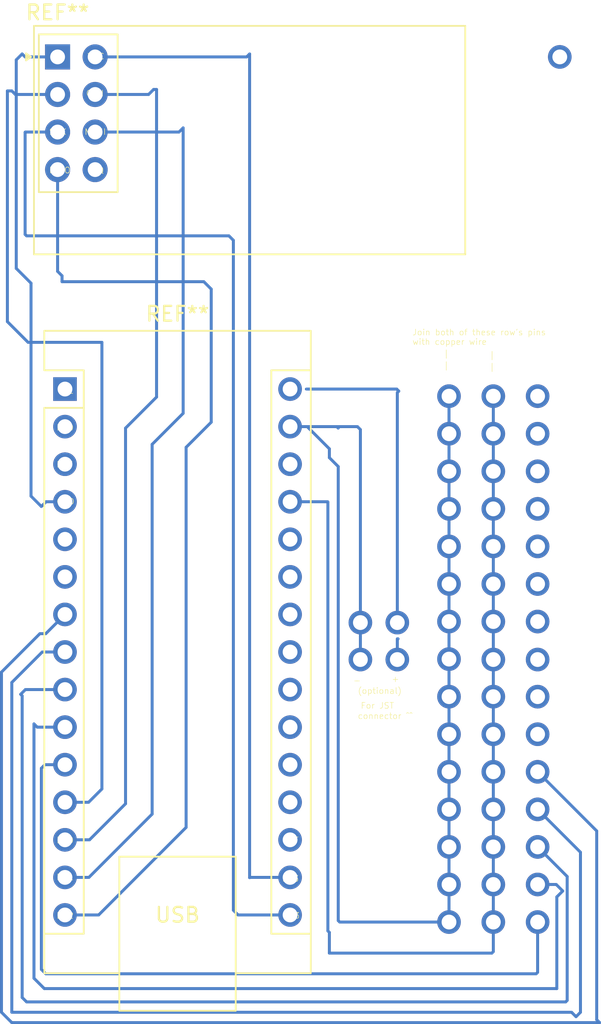
<source format=kicad_pcb>
(kicad_pcb (version 20241229) (generator "pcbnew") (generator_version "9.0")
  (layers (0 "F.Cu" signal) (2 "B.Cu" signal) (13 "F.Paste" user) (15 "B.Paste" user) (5 "F.SilkS" user "F.Silkscreen") (7 "B.SilkS" user "B.Silkscreen") (1 "F.Mask" user) (3 "B.Mask" user) (25 "Edge.Cuts" user))
  (net 0 "")
  (footprint "" (layer "F.Cu") (at 155.9 90.36)
    (property "Reference" "" (at 0 0 0) (layer "F.SilkS") (effects (font (size 1.27 1.27))))
    (property "Value" "")
    (pad "27" thru_hole oval (at 0 0) (size 1.6 1.6) (drill 1) (layers "*.Cu" "*.Mask"))
  )
  (footprint "" (layer "F.Cu") (at 155.9 113.22)
    (property "Reference" "" (at 0 0 0) (layer "F.SilkS") (effects (font (size 1.27 1.27))))
    (property "Value" "")
    (pad "18" thru_hole oval (at 0 0) (size 1.6 1.6) (drill 1) (layers "*.Cu" "*.Mask"))
  )
  (footprint "" (layer "F.Cu") (at 155.9 87.82)
    (property "Reference" "" (at 0 0 0) (layer "F.SilkS") (effects (font (size 1.27 1.27))))
    (property "Value" "")
    (pad "28" thru_hole oval (at 0 0) (size 1.6 1.6) (drill 1) (layers "*.Cu" "*.Mask"))
  )
  (footprint "" (layer "F.Cu") (at 152.9 87.82)
    (property "Reference" "" (at 0 0 0) (layer "F.SilkS") (effects (font (size 1.27 1.27))))
    (property "Value" "")
    (pad "28" thru_hole oval (at 0 0) (size 1.6 1.6) (drill 1) (layers "*.Cu" "*.Mask"))
  )
  (footprint "GND" (layer "F.Cu") (at 155.9 100.55)
    (property "Reference" "" (hide yes))
    (property "Value" "" (hide yes))
    (pad "23" thru_hole oval (at 0 0) (size 1.6 1.6) (drill 1) (layers "*.Cu" "*.Mask"))
  )
  (footprint "" (layer "F.Cu") (at 158.9 105.6)
    (property "Reference" "" (at 0 0 0) (layer "F.SilkS") (effects (font (size 1.27 1.27))))
    (property "Value" "")
    (pad "21" thru_hole oval (at 0 0) (size 1.6 1.6) (drill 1) (layers "*.Cu" "*.Mask"))
  )
  (footprint "" (layer "F.Cu") (at 158.9 92.9)
    (property "Reference" "" (at 0 0 0) (layer "F.SilkS") (effects (font (size 1.27 1.27))))
    (property "Value" "")
    (pad "26" thru_hole oval (at 0 0) (size 1.6 1.6) (drill 1) (layers "*.Cu" "*.Mask"))
  )
  (footprint "" (layer "F.Cu") (at 155.9 108.14)
    (property "Reference" "" (at 0 0 0) (layer "F.SilkS") (effects (font (size 1.27 1.27))))
    (property "Value" "")
    (pad "20" thru_hole oval (at 0 0) (size 1.6 1.6) (drill 1) (layers "*.Cu" "*.Mask"))
  )
  (footprint "" (layer "F.Cu") (at 155.9 97.98)
    (property "Reference" "" (at 0 0 0) (layer "F.SilkS") (effects (font (size 1.27 1.27))))
    (property "Value" "")
    (pad "24" thru_hole oval (at 0 0) (size 1.6 1.6) (drill 1) (layers "*.Cu" "*.Mask"))
  )
  (footprint "" (layer "F.Cu") (at 152.9 82.74)
    (property "Reference" "" (at 0 0 0) (layer "F.SilkS") (effects (font (size 1.27 1.27))))
    (property "Value" "")
    (pad "30" thru_hole oval (at 0 0) (size 1.6 1.6) (drill 1) (layers "*.Cu" "*.Mask"))
  )
  (footprint "GND" (layer "F.Cu") (at 158.9 100.55)
    (property "Reference" "" (hide yes))
    (property "Value" "" (hide yes))
    (pad "23" thru_hole oval (at 0 0) (size 1.6 1.6) (drill 1) (layers "*.Cu" "*.Mask"))
  )
  (footprint "" (layer "F.Cu") (at 152.9 115.76)
    (property "Reference" "" (at 0 0 0) (layer "F.SilkS") (effects (font (size 1.27 1.27))))
    (property "Value" "")
    (pad "17" thru_hole oval (at 0 0) (size 1.6 1.6) (drill 1) (layers "*.Cu" "*.Mask"))
  )
  (footprint "" (layer "F.Cu") (at 152.9 113.22)
    (property "Reference" "" (at 0 0 0) (layer "F.SilkS") (effects (font (size 1.27 1.27))))
    (property "Value" "")
    (pad "18" thru_hole oval (at 0 0) (size 1.6 1.6) (drill 1) (layers "*.Cu" "*.Mask"))
  )
  (footprint "" (layer "F.Cu") (at 152.9 85.28)
    (property "Reference" "" (at 0 0 0) (layer "F.SilkS") (effects (font (size 1.27 1.27))))
    (property "Value" "")
    (pad "29" thru_hole oval (at 0 0) (size 1.6 1.6) (drill 1) (layers "*.Cu" "*.Mask"))
  )
  (footprint "" (layer "F.Cu") (at 155.9 105.6)
    (property "Reference" "" (at 0 0 0) (layer "F.SilkS") (effects (font (size 1.27 1.27))))
    (property "Value" "")
    (pad "21" thru_hole oval (at 0 0) (size 1.6 1.6) (drill 1) (layers "*.Cu" "*.Mask"))
  )
  (footprint "" (layer "F.Cu") (at 155.9 115.76)
    (property "Reference" "" (at 0 0 0) (layer "F.SilkS") (effects (font (size 1.27 1.27))))
    (property "Value" "")
    (pad "17" thru_hole oval (at 0 0) (size 1.6 1.6) (drill 1) (layers "*.Cu" "*.Mask"))
  )
  (footprint "" (layer "F.Cu") (at 152.9 92.9)
    (property "Reference" "" (at 0 0 0) (layer "F.SilkS") (effects (font (size 1.27 1.27))))
    (property "Value" "")
    (pad "26" thru_hole oval (at 0 0) (size 1.6 1.6) (drill 1) (layers "*.Cu" "*.Mask"))
  )
  (footprint "" (layer "F.Cu") (at 158.9 87.82)
    (property "Reference" "" (at 0 0 0) (layer "F.SilkS") (effects (font (size 1.27 1.27))))
    (property "Value" "")
    (pad "28" thru_hole oval (at 0 0) (size 1.6 1.6) (drill 1) (layers "*.Cu" "*.Mask"))
  )
  (footprint "" (layer "F.Cu") (at 149.4 100.55)
    (property "Reference" "" (at 0 -0.25 0) (layer "F.SilkS") (effects (font (size 1.27 1.27))))
    (property "Value" "")
    (pad "30" thru_hole oval (at 0 0) (size 1.6 1.6) (drill 1) (layers "*.Cu" "*.Mask"))
  )
  (footprint "" (layer "F.Cu") (at 158.9 103.06)
    (property "Reference" "" (at 0 0 0) (layer "F.SilkS") (effects (font (size 1.27 1.27))))
    (property "Value" "")
    (pad "22" thru_hole oval (at 0 0) (size 1.6 1.6) (drill 1) (layers "*.Cu" "*.Mask"))
  )
  (footprint "" (layer "F.Cu") (at 152.9 97.98)
    (property "Reference" "" (at 0 0 0) (layer "F.SilkS") (effects (font (size 1.27 1.27))))
    (property "Value" "")
    (pad "24" thru_hole oval (at 0 0) (size 1.6 1.6) (drill 1) (layers "*.Cu" "*.Mask"))
  )
  (footprint "" (layer "F.Cu") (at 158.9 95.44)
    (property "Reference" "" (at 0 0 0) (layer "F.SilkS") (effects (font (size 1.27 1.27))))
    (property "Value" "")
    (pad "25" thru_hole oval (at 0 0) (size 1.6 1.6) (drill 1) (layers "*.Cu" "*.Mask"))
  )
  (footprint "" (layer "F.Cu") (at 158.9 108.14)
    (property "Reference" "" (at 0 0 0) (layer "F.SilkS") (effects (font (size 1.27 1.27))))
    (property "Value" "")
    (pad "20" thru_hole oval (at 0 0) (size 1.6 1.6) (drill 1) (layers "*.Cu" "*.Mask"))
  )
  (footprint "" (layer "F.Cu") (at 155.9 92.9)
    (property "Reference" "" (at 0 0 0) (layer "F.SilkS") (effects (font (size 1.27 1.27))))
    (property "Value" "")
    (pad "26" thru_hole oval (at 0 0) (size 1.6 1.6) (drill 1) (layers "*.Cu" "*.Mask"))
  )
  (footprint "" (layer "F.Cu") (at 152.9 118.3)
    (property "Reference" "" (at 0 0 0) (layer "F.SilkS") (effects (font (size 1.27 1.27))))
    (property "Value" "")
    (pad "16" thru_hole oval (at 0 0) (size 1.6 1.6) (drill 1) (layers "*.Cu" "*.Mask"))
  )
  (footprint "" (layer "F.Cu") (at 158.9 115.76)
    (property "Reference" "" (at 0 0 0) (layer "F.SilkS") (effects (font (size 1.27 1.27))))
    (property "Value" "")
    (pad "17" thru_hole oval (at 0 0) (size 1.6 1.6) (drill 1) (layers "*.Cu" "*.Mask"))
  )
  (footprint "" (layer "F.Cu") (at 155.9 82.74)
    (property "Reference" "" (at 0 0 0) (layer "F.SilkS") (effects (font (size 1.27 1.27))))
    (property "Value" "")
    (pad "30" thru_hole oval (at 0 0) (size 1.6 1.6) (drill 1) (layers "*.Cu" "*.Mask"))
  )
  (footprint "" (layer "F.Cu") (at 152.9 90.36)
    (property "Reference" "" (at 0 0 0) (layer "F.SilkS") (effects (font (size 1.27 1.27))))
    (property "Value" "")
    (pad "27" thru_hole oval (at 0 0) (size 1.6 1.6) (drill 1) (layers "*.Cu" "*.Mask"))
  )
  (footprint "" (layer "F.Cu") (at 158.9 97.98)
    (property "Reference" "" (at 0 0 0) (layer "F.SilkS") (effects (font (size 1.27 1.27))))
    (property "Value" "")
    (pad "24" thru_hole oval (at 0 0) (size 1.6 1.6) (drill 1) (layers "*.Cu" "*.Mask"))
  )
  (footprint "RF_Module:nRF24L01_Breakout" (layer "F.Cu") (at 126.4 59.8)
    (property "Reference" "REF**" (at 0 -3 0) (layer "F.SilkS"))
    (property "Value" "nRF24L01_Breakout")
    (fp_line (start -1.6 -2.1) (end -1.6 -2.1) (stroke (width 0.12)) (layer "F.SilkS"))
    (fp_line (start -1.6 -2.1) (end 27.6 -2.1) (stroke (width 0.12)) (layer "F.SilkS"))
    (fp_line (start -1.6 13.35) (end -1.6 -2.1) (stroke (width 0.12)) (layer "F.SilkS"))
    (fp_line (start -1.27 -1.524) (end -1.27 -1.524) (stroke (width 0.12)) (layer "F.SilkS"))
    (fp_line (start -1.27 -1.524) (end 4.064 -1.524) (stroke (width 0.12)) (layer "F.SilkS"))
    (fp_line (start -1.27 9.144) (end -1.27 -1.524) (stroke (width 0.12)) (layer "F.SilkS"))
    (fp_line (start -1.27 9.144) (end -1.27 9.144) (stroke (width 0.12)) (layer "F.SilkS"))
    (fp_line (start 4.064 -1.524) (end 4.064 9.144) (stroke (width 0.12)) (layer "F.SilkS"))
    (fp_line (start 4.064 9.144) (end -1.27 9.144) (stroke (width 0.12)) (layer "F.SilkS"))
    (fp_line (start 27.6 -2.1) (end 27.6 13.35) (stroke (width 0.12)) (layer "F.SilkS"))
    (fp_line (start 27.6 13.35) (end -1.6 13.35) (stroke (width 0.12)) (layer "F.SilkS"))
    (fp_poly (pts (xy -1.8 0) (xy -2.136 0.24) (xy -2.136 -0.24) (xy -1.8 0)) (stroke (width 0.12)) (fill yes) (layer "F.SilkS"))
    (pad "1" thru_hole rect (at 0 0) (size 1.7 1.7) (drill 1) (layers "*.Cu" "*.Mask"))
    (pad "2" thru_hole circle (at 2.54 0) (size 1.7 1.7) (drill 1) (layers "*.Cu" "*.Mask"))
    (pad "3" thru_hole circle (at 0 2.54) (size 1.7 1.7) (drill 1) (layers "*.Cu" "*.Mask"))
    (pad "4" thru_hole circle (at 2.54 2.54) (size 1.7 1.7) (drill 1) (layers "*.Cu" "*.Mask"))
    (pad "5" thru_hole circle (at 0 5.08) (size 1.7 1.7) (drill 1) (layers "*.Cu" "*.Mask"))
    (pad "6" thru_hole circle (at 2.54 5.08) (size 1.7 1.7) (drill 1) (layers "*.Cu" "*.Mask"))
    (pad "7" thru_hole circle (at 0 7.62) (size 1.7 1.7) (drill 1) (layers "*.Cu" "*.Mask"))
    (pad "8" thru_hole circle (at 2.54 7.62) (size 1.7 1.7) (drill 1) (layers "*.Cu" "*.Mask"))
  )
  (footprint "" (layer "F.Cu") (at 160.4 59.8)
    (property "Reference" "" (at 0 0 0) (layer "F.SilkS") (effects (font (size 1.27 1.27))))
    (property "Value" "")
    (pad "30" thru_hole oval (at 0 0) (size 1.6 1.6) (drill 1) (layers "*.Cu" "*.Mask"))
  )
  (footprint "" (layer "F.Cu") (at 152.9 95.44)
    (property "Reference" "" (at 0 0 0) (layer "F.SilkS") (effects (font (size 1.27 1.27))))
    (property "Value" "")
    (pad "25" thru_hole oval (at 0 0) (size 1.6 1.6) (drill 1) (layers "*.Cu" "*.Mask"))
  )
  (footprint "" (layer "F.Cu") (at 158.9 90.36)
    (property "Reference" "" (at 0 0 0) (layer "F.SilkS") (effects (font (size 1.27 1.27))))
    (property "Value" "")
    (pad "27" thru_hole oval (at 0 0) (size 1.6 1.6) (drill 1) (layers "*.Cu" "*.Mask"))
  )
  (footprint "" (layer "F.Cu") (at 155.9 103.06)
    (property "Reference" "" (at 0 0 0) (layer "F.SilkS") (effects (font (size 1.27 1.27))))
    (property "Value" "")
    (pad "22" thru_hole oval (at 0 0) (size 1.6 1.6) (drill 1) (layers "*.Cu" "*.Mask"))
  )
  (footprint "" (layer "F.Cu") (at 155.9 95.44)
    (property "Reference" "" (at 0 0 0) (layer "F.SilkS") (effects (font (size 1.27 1.27))))
    (property "Value" "")
    (pad "25" thru_hole oval (at 0 0) (size 1.6 1.6) (drill 1) (layers "*.Cu" "*.Mask"))
  )
  (footprint "" (layer "F.Cu") (at 155.9 110.68)
    (property "Reference" "" (at 0 0 0) (layer "F.SilkS") (effects (font (size 1.27 1.27))))
    (property "Value" "")
    (pad "19" thru_hole oval (at 0 0) (size 1.6 1.6) (drill 1) (layers "*.Cu" "*.Mask"))
  )
  (footprint "" (layer "F.Cu") (at 146.9 100.55)
    (property "Reference" "" (at 0 0 0) (layer "F.SilkS") (effects (font (size 1.27 1.27))))
    (property "Value" "")
    (pad "30" thru_hole oval (at 0 0) (size 1.6 1.6) (drill 1) (layers "*.Cu" "*.Mask"))
  )
  (footprint "" (layer "F.Cu") (at 152.9 110.68)
    (property "Reference" "" (at 0 0 0) (layer "F.SilkS") (effects (font (size 1.27 1.27))))
    (property "Value" "")
    (pad "19" thru_hole oval (at 0 0) (size 1.6 1.6) (drill 1) (layers "*.Cu" "*.Mask"))
  )
  (footprint "" (layer "F.Cu") (at 158.9 85.28)
    (property "Reference" "" (at 0 0 0) (layer "F.SilkS") (effects (font (size 1.27 1.27))))
    (property "Value" "")
    (pad "29" thru_hole oval (at 0 0) (size 1.6 1.6) (drill 1) (layers "*.Cu" "*.Mask"))
  )
  (footprint "" (layer "F.Cu") (at 158.9 113.22)
    (property "Reference" "" (at 0 0 0) (layer "F.SilkS") (effects (font (size 1.27 1.27))))
    (property "Value" "")
    (pad "18" thru_hole oval (at 0 0) (size 1.6 1.6) (drill 1) (layers "*.Cu" "*.Mask"))
  )
  (footprint "" (layer "F.Cu") (at 152.9 108.14)
    (property "Reference" "" (at 0 0 0) (layer "F.SilkS") (effects (font (size 1.27 1.27))))
    (property "Value" "")
    (pad "20" thru_hole oval (at 0 0) (size 1.6 1.6) (drill 1) (layers "*.Cu" "*.Mask"))
  )
  (footprint "GND" (layer "F.Cu") (at 152.9 100.52)
    (property "Reference" "" (at 7 -1.22 0) (layer "F.SilkS") (effects (font (size 1.27 1.27))))
    (property "Value" "")
    (pad "23" thru_hole oval (at 0 0) (size 1.6 1.6) (drill 1) (layers "*.Cu" "*.Mask"))
  )
  (footprint "" (layer "F.Cu") (at 146.9 98.05)
    (property "Reference" "" (at 0 0 0) (layer "F.SilkS") (effects (font (size 1.27 1.27))))
    (property "Value" "" (hide yes))
    (pad "30" thru_hole oval (at 0 0) (size 1.6 1.6) (drill 1) (layers "*.Cu" "*.Mask"))
  )
  (footprint "" (layer "F.Cu") (at 158.9 118.3)
    (property "Reference" "" (at 0 0 0) (layer "F.SilkS") (effects (font (size 1.27 1.27))))
    (property "Value" "")
    (pad "16" thru_hole oval (at 0 0) (size 1.6 1.6) (drill 1) (layers "*.Cu" "*.Mask"))
  )
  (footprint "" (layer "F.Cu") (at 155.9 118.3)
    (property "Reference" "" (at 0 0 0) (layer "F.SilkS") (effects (font (size 1.27 1.27))))
    (property "Value" "")
    (pad "16" thru_hole oval (at 0 0) (size 1.6 1.6) (drill 1) (layers "*.Cu" "*.Mask"))
  )
  (footprint "" (layer "F.Cu") (at 158.9 110.68)
    (property "Reference" "" (at 0 0 0) (layer "F.SilkS") (effects (font (size 1.27 1.27))))
    (property "Value" "")
    (pad "19" thru_hole oval (at 0 0) (size 1.6 1.6) (drill 1) (layers "*.Cu" "*.Mask"))
  )
  (footprint "" (layer "F.Cu") (at 149.4 98.05)
    (property "Reference" "" (at 0 0 0) (layer "F.SilkS") (effects (font (size 1.27 1.27))))
    (property "Value" "")
    (pad "30" thru_hole oval (at 0 0) (size 1.6 1.6) (drill 1) (layers "*.Cu" "*.Mask"))
  )
  (footprint "" (layer "F.Cu") (at 152.9 103.06)
    (property "Reference" "" (at 0 0 0) (layer "F.SilkS") (effects (font (size 1.27 1.27))))
    (property "Value" "")
    (pad "22" thru_hole oval (at 0 0) (size 1.6 1.6) (drill 1) (layers "*.Cu" "*.Mask"))
  )
  (footprint "" (layer "F.Cu") (at 152.9 105.6)
    (property "Reference" "" (at 0 0 0) (layer "F.SilkS") (effects (font (size 1.27 1.27))))
    (property "Value" "")
    (pad "21" thru_hole oval (at 0 0) (size 1.6 1.6) (drill 1) (layers "*.Cu" "*.Mask"))
  )
  (footprint "" (layer "F.Cu") (at 155.9 85.28)
    (property "Reference" "" (at 0 0 0) (layer "F.SilkS") (effects (font (size 1.27 1.27))))
    (property "Value" "")
    (pad "29" thru_hole oval (at 0 0) (size 1.6 1.6) (drill 1) (layers "*.Cu" "*.Mask"))
  )
  (footprint "Module:Arduino_Nano" (layer "F.Cu") (at 126.9 82.26)
    (property "Reference" "REF**" (at 7.62 -5.08 0) (layer "F.SilkS"))
    (property "Value" "Arduino_Nano")
    (fp_line (start -1.4 -3.94) (end -1.4 -1.27) (stroke (width 0.12)) (layer "F.SilkS"))
    (fp_line (start -1.4 1.27) (end -1.4 39.5) (stroke (width 0.12)) (layer "F.SilkS"))
    (fp_line (start -1.4 39.5) (end 3.68 39.5) (stroke (width 0.12)) (layer "F.SilkS"))
    (fp_line (start 1.27 -1.27) (end -1.4 -1.27) (stroke (width 0.12)) (layer "F.SilkS"))
    (fp_line (start 1.27 1.27) (end -1.4 1.27) (stroke (width 0.12)) (layer "F.SilkS"))
    (fp_line (start 1.27 1.27) (end 1.27 -1.27) (stroke (width 0.12)) (layer "F.SilkS"))
    (fp_line (start 1.27 1.27) (end 1.27 36.83) (stroke (width 0.12)) (layer "F.SilkS"))
    (fp_line (start 1.27 36.83) (end -1.4 36.83) (stroke (width 0.12)) (layer "F.SilkS"))
    (fp_line (start 3.68 31.62) (end 11.56 31.62) (stroke (width 0.12)) (layer "F.SilkS"))
    (fp_line (start 3.68 42.04) (end 3.68 31.62) (stroke (width 0.12)) (layer "F.SilkS"))
    (fp_line (start 11.56 31.62) (end 11.56 42.04) (stroke (width 0.12)) (layer "F.SilkS"))
    (fp_line (start 11.56 42.04) (end 3.68 42.04) (stroke (width 0.12)) (layer "F.SilkS"))
    (fp_line (start 13.97 -1.27) (end 13.97 36.83) (stroke (width 0.12)) (layer "F.SilkS"))
    (fp_line (start 13.97 -1.27) (end 16.64 -1.27) (stroke (width 0.12)) (layer "F.SilkS"))
    (fp_line (start 13.97 36.83) (end 16.64 36.83) (stroke (width 0.12)) (layer "F.SilkS"))
    (fp_line (start 16.64 -3.94) (end -1.4 -3.94) (stroke (width 0.12)) (layer "F.SilkS"))
    (fp_line (start 16.64 39.5) (end 11.56 39.5) (stroke (width 0.12)) (layer "F.SilkS"))
    (fp_line (start 16.64 39.5) (end 16.64 -3.94) (stroke (width 0.12)) (layer "F.SilkS"))
    (fp_text user "USB" (at 7.62 35.56 0) (layer "F.SilkS"))
    (pad "1" thru_hole rect (at 0 0) (size 1.6 1.6) (drill 1) (layers "*.Cu" "*.Mask"))
    (pad "2" thru_hole oval (at 0 2.54) (size 1.6 1.6) (drill 1) (layers "*.Cu" "*.Mask"))
    (pad "3" thru_hole oval (at 0 5.08) (size 1.6 1.6) (drill 1) (layers "*.Cu" "*.Mask"))
    (pad "4" thru_hole oval (at 0 7.62) (size 1.6 1.6) (drill 1) (layers "*.Cu" "*.Mask"))
    (pad "5" thru_hole oval (at 0 10.16) (size 1.6 1.6) (drill 1) (layers "*.Cu" "*.Mask"))
    (pad "6" thru_hole oval (at 0 12.7) (size 1.6 1.6) (drill 1) (layers "*.Cu" "*.Mask"))
    (pad "7" thru_hole oval (at 0 15.24) (size 1.6 1.6) (drill 1) (layers "*.Cu" "*.Mask"))
    (pad "8" thru_hole oval (at 0 17.78) (size 1.6 1.6) (drill 1) (layers "*.Cu" "*.Mask"))
    (pad "9" thru_hole oval (at 0 20.32) (size 1.6 1.6) (drill 1) (layers "*.Cu" "*.Mask"))
    (pad "10" thru_hole oval (at 0 22.86) (size 1.6 1.6) (drill 1) (layers "*.Cu" "*.Mask"))
    (pad "11" thru_hole oval (at 0 25.4) (size 1.6 1.6) (drill 1) (layers "*.Cu" "*.Mask"))
    (pad "12" thru_hole oval (at 0 27.94) (size 1.6 1.6) (drill 1) (layers "*.Cu" "*.Mask"))
    (pad "13" thru_hole oval (at 0 30.48) (size 1.6 1.6) (drill 1) (layers "*.Cu" "*.Mask"))
    (pad "14" thru_hole oval (at 0 33.02) (size 1.6 1.6) (drill 1) (layers "*.Cu" "*.Mask"))
    (pad "15" thru_hole oval (at 0 35.56) (size 1.6 1.6) (drill 1) (layers "*.Cu" "*.Mask"))
    (pad "16" thru_hole oval (at 15.24 35.56) (size 1.6 1.6) (drill 1) (layers "*.Cu" "*.Mask"))
    (pad "17" thru_hole oval (at 15.24 33.02) (size 1.6 1.6) (drill 1) (layers "*.Cu" "*.Mask"))
    (pad "18" thru_hole oval (at 15.24 30.48) (size 1.6 1.6) (drill 1) (layers "*.Cu" "*.Mask"))
    (pad "19" thru_hole oval (at 15.24 27.94) (size 1.6 1.6) (drill 1) (layers "*.Cu" "*.Mask"))
    (pad "20" thru_hole oval (at 15.24 25.4) (size 1.6 1.6) (drill 1) (layers "*.Cu" "*.Mask"))
    (pad "21" thru_hole oval (at 15.24 22.86) (size 1.6 1.6) (drill 1) (layers "*.Cu" "*.Mask"))
    (pad "22" thru_hole oval (at 15.24 20.32) (size 1.6 1.6) (drill 1) (layers "*.Cu" "*.Mask"))
    (pad "23" thru_hole oval (at 15.24 17.78) (size 1.6 1.6) (drill 1) (layers "*.Cu" "*.Mask"))
    (pad "24" thru_hole oval (at 15.24 15.24) (size 1.6 1.6) (drill 1) (layers "*.Cu" "*.Mask"))
    (pad "25" thru_hole oval (at 15.24 12.7) (size 1.6 1.6) (drill 1) (layers "*.Cu" "*.Mask"))
    (pad "26" thru_hole oval (at 15.24 10.16) (size 1.6 1.6) (drill 1) (layers "*.Cu" "*.Mask"))
    (pad "27" thru_hole oval (at 15.24 7.62) (size 1.6 1.6) (drill 1) (layers "*.Cu" "*.Mask"))
    (pad "28" thru_hole oval (at 15.24 5.08) (size 1.6 1.6) (drill 1) (layers "*.Cu" "*.Mask"))
    (pad "29" thru_hole oval (at 15.24 2.54) (size 1.6 1.6) (drill 1) (layers "*.Cu" "*.Mask"))
    (pad "30" thru_hole oval (at 15.24 0) (size 1.6 1.6) (drill 1) (layers "*.Cu" "*.Mask"))
  )
  (footprint "" (layer "F.Cu") (at 158.9 82.74)
    (property "Reference" "" (at 0 0 0) (layer "F.SilkS") (effects (font (size 1.27 1.27))))
    (property "Value" "")
    (pad "30" thru_hole oval (at 0 0) (size 1.6 1.6) (drill 1) (layers "*.Cu" "*.Mask"))
  )
  (gr_text "VIN" (at 141.9 82.3 0) (layer "F.Cu") (effects (font (size 0.2 0.2) (thickness 0.02)) (justify left bottom)))
  (gr_text "A4" (at 141.7 100.3 0) (layer "F.SilkS") (effects (font (size 0.4 0.4) (thickness 0.04)) (justify left bottom)))
  (gr_text "CSN" (at 128.3 62.5 0) (layer "F.SilkS") (effects (font (size 0.4 0.4) (thickness 0.04)) (justify left bottom)))
  (gr_text "GND" (at 141.65 85.05 0) (layer "F.SilkS") (effects (font (size 0.3 0.3) (thickness 0.04)) (justify left bottom)))
  (gr_text "For JST" (at 146.9 103.9 0) (layer "F.SilkS") (effects (font (size 0.4 0.4) (thickness 0.04)) (justify left bottom)))
  (gr_text "connector ^^\n" (at 146.7 104.6 0) (layer "F.SilkS") (effects (font (size 0.4 0.4) (thickness 0.04)) (justify left bottom)))
  (gr_text "5V" (at 141.7 90.1 0) (layer "F.SilkS") (effects (font (size 0.4 0.4) (thickness 0.04)) (justify left bottom)))
  (gr_text "D7" (at 126.5 105.4 0) (layer "F.SilkS") (effects (font (size 0.4 0.4) (thickness 0.04)) (justify left bottom)))
  (gr_text "SCK" (at 125.8 65.1 0) (layer "F.SilkS") (effects (font (size 0.4 0.4) (thickness 0.04)) (justify left bottom)))
  (gr_text "D12" (at 126.3 118.1 0) (layer "F.SilkS") (effects (font (size 0.4 0.4) (thickness 0.04)) (justify left bottom)))
  (gr_text "D9" (at 126.5 110.5 0) (layer "F.SilkS") (effects (font (size 0.4 0.4) (thickness 0.04)) (justify left bottom)))
  (gr_text "D10" (at 126.3 113 0) (layer "F.SilkS") (effects (font (size 0.4 0.4) (thickness 0.04)) (justify left bottom)))
  (gr_text "MOSI" (at 128.2 65.1 0) (layer "F.SilkS") (effects (font (size 0.4 0.4) (thickness 0.04)) (justify left bottom)))
  (gr_text "+" (at 149 102.1 0) (layer "F.SilkS") (effects (font (size 0.4 0.4) (thickness 0.04)) (justify left bottom)))
  (gr_text "A0" (at 141.8 110.5 0) (layer "F.SilkS") (effects (font (size 0.4 0.4) (thickness 0.04)) (justify left bottom)))
  (gr_text "CE" (at 126 62.5 0) (layer "F.SilkS") (effects (font (size 0.4 0.4) (thickness 0.04)) (justify left bottom)))
  (gr_text "3V3" (at 141.6 115.6 0) (layer "F.SilkS") (effects (font (size 0.4 0.4) (thickness 0.04)) (justify left bottom)))
  (gr_text "A6" (at 141.7 95.2 0) (layer "F.SilkS") (effects (font (size 0.4 0.4) (thickness 0.04)) (justify left bottom)))
  (gr_text "Join both of these row's pins\nwith copper wire" (at 150.4 79.3 0) (layer "F.SilkS") (effects (font (size 0.4 0.4) (thickness 0.04)) (justify left bottom)))
  (gr_text "RX0" (at 126.3 85.1 0) (layer "F.SilkS") (effects (font (size 0.4 0.4) (thickness 0.04)) (justify left bottom)))
  (gr_text "D8" (at 126.5 107.9 0) (layer "F.SilkS") (effects (font (size 0.4 0.4) (thickness 0.04)) (justify left bottom)))
  (gr_text "RST" (at 141.65 87.55 0) (layer "F.SilkS") (effects (font (size 0.3 0.3) (thickness 0.04)) (justify left bottom)))
  (gr_text "D6" (at 126.5 102.8 0) (layer "F.SilkS") (effects (font (size 0.4 0.4) (thickness 0.04)) (justify left bottom)))
  (gr_text "A3" (at 141.7 102.9 0) (layer "F.SilkS") (effects (font (size 0.4 0.4) (thickness 0.04)) (justify left bottom)))
  (gr_text "A2" (at 141.8 105.3 0) (layer "F.SilkS") (effects (font (size 0.4 0.4) (thickness 0.04)) (justify left bottom)))
  (gr_text "A1" (at 141.8 107.9 0) (layer "F.SilkS") (effects (font (size 0.4 0.4) (thickness 0.04)) (justify left bottom)))
  (gr_text "(optional)" (at 146.7 102.9 0) (layer "F.SilkS") (effects (font (size 0.4 0.4) (thickness 0.04)) (justify left bottom)))
  (gr_text "D3" (at 126.5 95.2 0) (layer "F.SilkS") (effects (font (size 0.4 0.4) (thickness 0.04)) (justify left bottom)))
  (gr_text "MISO" (at 125.8 67.7 0) (layer "F.SilkS") (effects (font (size 0.4 0.4) (thickness 0.04)) (justify left bottom)))
  (gr_text "|" (at 155.6 81 0) (layer "F.SilkS") (effects (font (size 0.4 0.4) (thickness 0.04)) (justify left bottom)))
  (gr_text "D13" (at 141.6 118.1 0) (layer "F.SilkS") (effects (font (size 0.4 0.4) (thickness 0.04)) (justify left bottom)))
  (gr_text "GND" (at 126.3 90.1 0) (layer "F.SilkS") (effects (font (size 0.4 0.4) (thickness 0.04)) (justify left bottom)))
  (gr_text "D4" (at 126.5 97.8 0) (layer "F.SilkS") (effects (font (size 0.4 0.4) (thickness 0.04)) (justify left bottom)))
  (gr_text "|" (at 152.5 80.1 0) (layer "F.SilkS") (effects (font (size 0.4 0.4) (thickness 0.04)) (justify left bottom)))
  (gr_text "D2" (at 126.5 92.7 0) (layer "F.SilkS") (effects (font (size 0.4 0.4) (thickness 0.04)) (justify left bottom)))
  (gr_text "VCC" (at 128.4 60 0) (layer "F.SilkS") (effects (font (size 0.4 0.4) (thickness 0.04)) (justify left bottom)))
  (gr_text "IRQ" (at 128.5 67.7 0) (layer "F.SilkS") (effects (font (size 0.4 0.4) (thickness 0.04)) (justify left bottom)))
  (gr_text "GND" (at 126.1 59.9 0) (layer "F.SilkS") (effects (font (size 0.2 0.2) (thickness 0.04)) (justify left bottom)))
  (gr_text "|" (at 152.5 80.9 0) (layer "F.SilkS") (effects (font (size 0.4 0.4) (thickness 0.04)) (justify left bottom)))
  (gr_text "|\n" (at 155.6 80.2 0) (layer "F.SilkS") (effects (font (size 0.4 0.4) (thickness 0.04)) (justify left bottom)))
  (gr_text "REF" (at 141.6 113 0) (layer "F.SilkS") (effects (font (size 0.4 0.4) (thickness 0.04)) (justify left bottom)))
  (gr_text "D5" (at 126.5 100.3 0) (layer "F.SilkS") (effects (font (size 0.4 0.4) (thickness 0.04)) (justify left bottom)))
  (gr_text "A7" (at 141.8 92.7 0) (layer "F.SilkS") (effects (font (size 0.4 0.4) (thickness 0.04)) (justify left bottom)))
  (gr_text "RST" (at 126.3 87.6 0) (layer "F.SilkS") (effects (font (size 0.4 0.4) (thickness 0.04)) (justify left bottom)))
  (gr_text "VIN" (at 141.65 82.55 0) (layer "F.SilkS") (effects (font (size 0.4 0.4) (thickness 0.04)) (justify left bottom)))
  (gr_text "D11" (at 126.3 115.5 0) (layer "F.SilkS") (effects (font (size 0.4 0.4) (thickness 0.04)) (justify left bottom)))
  (gr_text "-" (at 146.4 102.2 0) (layer "F.SilkS") (effects (font (size 0.4 0.4) (thickness 0.04)) (justify left bottom)))
  (gr_text "A5" (at 141.7 97.7 0) (layer "F.SilkS") (effects (font (size 0.4 0.4) (thickness 0.04)) (justify left bottom)))
  (gr_text "TX1" (at 126.4 82.6 0) (layer "F.SilkS") (effects (font (size 0.4 0.4) (thickness 0.04)) (justify left bottom)))
  (gr_text "VIN" (at 141.65 82.55 0) (layer "Edge.Cuts") (effects (font (size 0.4 0.4) (thickness 0.04)) (justify left bottom)))
  (segment (start 123.3 124.4) (end 123.3 102.1) (width 0.2) (layer "B.Cu") (net 0))
  (segment (start 126.9 117.82) (end 129.18 117.82) (width 0.2) (layer "B.Cu") (net 0))
  (segment (start 149.4 99.2) (end 149.449 99.151) (width 0.2) (layer "B.Cu") (net 0))
  (segment (start 145.4 118.2) (end 145.4 87.5) (width 0.2) (layer "B.Cu") (net 0))
  (segment (start 149.36 82.26) (end 143.241 82.26) (width 0.2) (layer "B.Cu") (net 0))
  (segment (start 144.7 89.9) (end 144.7 118.9) (width 0.2) (layer "B.Cu") (net 0))
  (segment (start 146.9 98.05) (end 146.9 85) (width 0.2) (layer "B.Cu") (net 0))
  (segment (start 125.6 98.8) (end 126.9 97.5) (width 0.2) (layer "B.Cu") (net 0))
  (segment (start 126.9 112.74) (end 128.56 112.74) (width 0.2) (layer "B.Cu") (net 0))
  (segment (start 138.3 72.2) (end 138 71.9) (width 0.2) (layer "B.Cu") (net 0))
  (segment (start 126.9 115.28) (end 126.82 115.28) (width 0.2) (layer "B.Cu") (net 0))
  (segment (start 129.18 117.82) (end 135.1 111.9) (width 0.2) (layer "B.Cu") (net 0))
  (segment (start 134.62 64.88) (end 128.94 64.88) (width 0.2) (layer "B.Cu") (net 0))
  (segment (start 125.3 107.9) (end 125.54 107.66) (width 0.2) (layer "B.Cu") (net 0))
  (segment (start 124 103) (end 123.9 102.9) (width 0.2) (layer "B.Cu") (net 0))
  (segment (start 124.22 64.88) (end 126.4 64.88) (width 0.2) (layer "B.Cu") (net 0))
  (segment (start 132.8 111) (end 132.8 86) (width 0.2) (layer "B.Cu") (net 0))
  (segment (start 125.3 121.5) (end 125.3 107.9) (width 0.2) (layer "B.Cu") (net 0))
  (segment (start 144.68 89.88) (end 144.7 89.9) (width 0.2) (layer "B.Cu") (net 0))
  (segment (start 139.42 115.28) (end 139.4 115.3) (width 0.2) (layer "B.Cu") (net 0))
  (segment (start 133.1 62) (end 132.9 62) (width 0.2) (layer "B.Cu") (net 0))
  (segment (start 160.9 115.22) (end 160.9 123.6) (width 0.2) (layer "B.Cu") (net 0))
  (segment (start 123.54 62.34) (end 126.4 62.34) (width 0.2) (layer "B.Cu") (net 0))
  (segment (start 124.6 75.1) (end 124.6 89.5) (width 0.2) (layer "B.Cu") (net 0))
  (segment (start 132.56 62.34) (end 128.94 62.34) (width 0.2) (layer "B.Cu") (net 0))
  (segment (start 126.9 110.2) (end 128.5 110.2) (width 0.2) (layer "B.Cu") (net 0))
  (segment (start 163.1 125.1) (end 123.3 125.1) (width 0.2) (layer "B.Cu") (net 0))
  (segment (start 134.9 64.6) (end 134.62 64.88) (width 0.2) (layer "B.Cu") (net 0))
  (segment (start 149.4 100.55) (end 149.4 99.5) (width 0.2) (layer "B.Cu") (net 0))
  (segment (start 124 123.4) (end 124 103) (width 0.2) (layer "B.Cu") (net 0))
  (segment (start 128.52 115.28) (end 132.8 111) (width 0.2) (layer "B.Cu") (net 0))
  (segment (start 122.6 101.4) (end 125.2 98.8) (width 0.2) (layer "B.Cu") (net 0))
  (segment (start 123.6 60) (end 123.6 74.1) (width 0.2) (layer "B.Cu") (net 0))
  (segment (start 155.8 120.4) (end 155.9 120.3) (width 0.2) (layer "B.Cu") (net 0))
  (segment (start 145.4 87.5) (end 144.8 86.9) (width 0.2) (layer "B.Cu") (net 0))
  (segment (start 126.7 74.6) (end 126.4 74.3) (width 0.2) (layer "B.Cu") (net 0))
  (segment (start 125.3 90.2) (end 125.62 89.88) (width 0.2) (layer "B.Cu") (net 0))
  (segment (start 123 62.1) (end 123.3 62.1) (width 0.2) (layer "B.Cu") (net 0))
  (segment (start 126.4 59.8) (end 124.2 59.8) (width 0.2) (layer "B.Cu") (net 0))
  (segment (start 160.2 122.8) (end 125.5 122.8) (width 0.2) (layer "B.Cu") (net 0))
  (segment (start 138.3 117.5) (end 138.3 72.2) (width 0.2) (layer "B.Cu") (net 0))
  (segment (start 125.2 98.8) (end 125.6 98.8) (width 0.2) (layer "B.Cu") (net 0))
  (segment (start 135.1 111.9) (end 135.1 86.2) (width 0.2) (layer "B.Cu") (net 0))
  (segment (start 125.54 107.66) (end 126.9 107.66) (width 0.2) (layer "B.Cu") (net 0))
  (segment (start 143.3 84.8) (end 142.14 84.8) (width 0.2) (layer "B.Cu") (net 0))
  (segment (start 162.9 124.9) (end 163.1 125.1) (width 0.2) (layer "B.Cu") (net 0))
  (segment (start 160.6 116.2) (end 160.2 116.6) (width 0.2) (layer "B.Cu") (net 0))
  (segment (start 126.7 75) (end 126.7 74.6) (width 0.2) (layer "B.Cu") (net 0))
  (segment (start 123 77.7) (end 123 62.1) (width 0.2) (layer "B.Cu") (net 0))
  (segment (start 161.5 124.7) (end 161.2 124.4) (width 0.2) (layer "B.Cu") (net 0))
  (segment (start 123.3 125.1) (end 122.6 124.4) (width 0.2) (layer "B.Cu") (net 0))
  (segment (start 160.2 116.6) (end 160.2 122.8) (width 0.2) (layer "B.Cu") (net 0))
  (segment (start 123.3 102.1) (end 125.36 100.04) (width 0.2) (layer "B.Cu") (net 0))
  (segment (start 146.9 100.55) (end 146.9 98.05) (width 0.2) (layer "B.Cu") (net 0))
  (segment (start 160.16 115.76) (end 160.6 116.2) (width 0.2) (layer "B.Cu") (net 0))
  (segment (start 155.9 120.3) (end 155.9 118.3) (width 0.2) (layer "B.Cu") (net 0))
  (segment (start 131 84.9) (end 133.1 82.8) (width 0.2) (layer "B.Cu") (net 0))
  (segment (start 124.3 123.7) (end 124 123.4) (width 0.2) (layer "B.Cu") (net 0))
  (segment (start 125.02 105.12) (end 126.9 105.12) (width 0.2) (layer "B.Cu") (net 0))
  (segment (start 161.2 124.4) (end 123.3 124.4) (width 0.2) (layer "B.Cu") (net 0))
  (segment (start 131 110.3) (end 131 84.9) (width 0.2) (layer "B.Cu") (net 0))
  (segment (start 139.4 59.6) (end 139.2 59.8) (width 0.2) (layer "B.Cu") (net 0))
  (segment (start 158.9 108.14) (end 162.9 112.14) (width 0.2) (layer "B.Cu") (net 0))
  (segment (start 129.4 109.3) (end 129.4 79.1) (width 0.2) (layer "B.Cu") (net 0))
  (segment (start 146.7 84.8) (end 145.3 84.8) (width 0.2) (layer "B.Cu") (net 0))
  (segment (start 161.8 113.58) (end 161.8 124.4) (width 0.2) (layer "B.Cu") (net 0))
  (segment (start 144.8 86.3) (end 143.3 84.8) (width 0.2) (layer "B.Cu") (net 0))
  (segment (start 134.9 83.9) (end 134.9 64.6) (width 0.2) (layer "B.Cu") (net 0))
  (segment (start 162.9 112.14) (end 162.9 124.9) (width 0.2) (layer "B.Cu") (net 0))
  (segment (start 135.1 86.2) (end 136.8 84.5) (width 0.2) (layer "B.Cu") (net 0))
  (segment (start 126.4 74.3) (end 126.4 67.42) (width 0.2) (layer "B.Cu") (net 0))
  (segment (start 142.14 115.28) (end 139.42 115.28) (width 0.2) (layer "B.Cu") (net 0))
  (segment (start 152.9 118.3) (end 145.5 118.3) (width 0.2) (layer "B.Cu") (net 0))
  (segment (start 123.6 74.1) (end 124.6 75.1) (width 0.2) (layer "B.Cu") (net 0))
  (segment (start 145.5 118.3) (end 145.4 118.2) (width 0.2) (layer "B.Cu") (net 0))
  (segment (start 124.22 102.58) (end 126.9 102.58) (width 0.2) (layer "B.Cu") (net 0))
  (segment (start 125.5 122.8) (end 124.8 122.1) (width 0.2) (layer "B.Cu") (net 0))
  (segment (start 128.5 110.2) (end 129.4 109.3) (width 0.2) (layer "B.Cu") (net 0))
  (segment (start 160.8 123.7) (end 124.3 123.7) (width 0.2) (layer "B.Cu") (net 0))
  (segment (start 124.4 79.1) (end 123 77.7) (width 0.2) (layer "B.Cu") (net 0))
  (segment (start 124.8 122.1) (end 124.8 104.9) (width 0.2) (layer "B.Cu") (net 0))
  (segment (start 155.9 118.3) (end 155.9 82.74) (width 0.2) (layer "B.Cu") (net 0))
  (segment (start 123.9 102.9) (end 124.22 102.58) (width 0.2) (layer "B.Cu") (net 0))
  (segment (start 125.6 121.8) (end 125.3 121.5) (width 0.2) (layer "B.Cu") (net 0))
  (segment (start 160.9 123.6) (end 160.8 123.7) (width 0.2) (layer "B.Cu") (net 0))
  (segment (start 129.4 79.1) (end 124.4 79.1) (width 0.2) (layer "B.Cu") (net 0))
  (segment (start 126.82 115.28) (end 126.7 115.4) (width 0.2) (layer "B.Cu") (net 0))
  (segment (start 123.3 62.1) (end 123.54 62.34) (width 0.2) (layer "B.Cu") (net 0))
  (segment (start 142.14 89.88) (end 144.68 89.88) (width 0.2) (layer "B.Cu") (net 0))
  (segment (start 125.62 89.88) (end 126.9 89.88) (width 0.2) (layer "B.Cu") (net 0))
  (segment (start 158.9 113.22) (end 160.9 115.22) (width 0.2) (layer "B.Cu") (net 0))
  (segment (start 122.6 124.4) (end 122.6 101.4) (width 0.2) (layer "B.Cu") (net 0))
  (segment (start 142.14 117.82) (end 138.62 117.82) (width 0.2) (layer "B.Cu") (net 0))
  (segment (start 124.6 89.5) (end 125.3 90.2) (width 0.2) (layer "B.Cu") (net 0))
  (segment (start 144.7 118.9) (end 144.8 119) (width 0.2) (layer "B.Cu") (net 0))
  (segment (start 149.4 98.05) (end 149.4 82.5) (width 0.2) (layer "B.Cu") (net 0))
  (segment (start 132.9 62) (end 132.56 62.34) (width 0.2) (layer "B.Cu") (net 0))
  (segment (start 158.9 121.7) (end 158.8 121.8) (width 0.2) (layer "B.Cu") (net 0))
  (segment (start 126.9 115.28) (end 128.52 115.28) (width 0.2) (layer "B.Cu") (net 0))
  (segment (start 136.3 75) (end 126.7 75) (width 0.2) (layer "B.Cu") (net 0))
  (segment (start 144.8 119) (end 144.8 120.4) (width 0.2) (layer "B.Cu") (net 0))
  (segment (start 149.4 99.5) (end 149.4 99.151) (width 0.2) (layer "B.Cu") (net 0))
  (segment (start 124.2 59.8) (end 124 59.6) (width 0.2) (layer "B.Cu") (net 0))
  (segment (start 124.2 71.8) (end 124.2 64.9) (width 0.2) (layer "B.Cu") (net 0))
  (segment (start 124 59.6) (end 123.6 60) (width 0.2) (layer "B.Cu") (net 0))
  (segment (start 125.36 100.04) (end 126.9 100.04) (width 0.2) (layer "B.Cu") (net 0))
  (segment (start 124.3 71.9) (end 124.2 71.8) (width 0.2) (layer "B.Cu") (net 0))
  (segment (start 158.8 121.8) (end 125.6 121.8) (width 0.2) (layer "B.Cu") (net 0))
  (segment (start 133.1 82.8) (end 133.1 62) (width 0.2) (layer "B.Cu") (net 0))
  (segment (start 152.9 118.3) (end 152.9 82.74) (width 0.2) (layer "B.Cu") (net 0))
  (segment (start 144.8 120.4) (end 155.8 120.4) (width 0.2) (layer "B.Cu") (net 0))
  (segment (start 139.2 59.8) (end 128.94 59.8) (width 0.2) (layer "B.Cu") (net 0))
  (segment (start 158.9 110.68) (end 161.8 113.58) (width 0.2) (layer "B.Cu") (net 0))
  (segment (start 149.4 99.5) (end 149.4 99.2) (width 0.2) (layer "B.Cu") (net 0))
  (segment (start 128.56 112.74) (end 131 110.3) (width 0.2) (layer "B.Cu") (net 0))
  (segment (start 158.9 115.76) (end 160.16 115.76) (width 0.2) (layer "B.Cu") (net 0))
  (segment (start 161.8 124.4) (end 161.5 124.7) (width 0.2) (layer "B.Cu") (net 0))
  (segment (start 136.8 75.5) (end 136.3 75) (width 0.2) (layer "B.Cu") (net 0))
  (segment (start 124.2 64.9) (end 124.22 64.88) (width 0.2) (layer "B.Cu") (net 0))
  (segment (start 139.4 115.3) (end 139.4 59.6) (width 0.2) (layer "B.Cu") (net 0))
  (segment (start 124.8 104.9) (end 125.02 105.12) (width 0.2) (layer "B.Cu") (net 0))
  (segment (start 158.9 118.3) (end 158.9 121.7) (width 0.2) (layer "B.Cu") (net 0))
  (segment (start 138.62 117.82) (end 138.3 117.5) (width 0.2) (layer "B.Cu") (net 0))
  (segment (start 145.4 84.9) (end 145.3 84.8) (width 0.2) (layer "B.Cu") (net 0))
  (segment (start 145.3 84.8) (end 142.14 84.8) (width 0.2) (layer "B.Cu") (net 0))
  (segment (start 136.8 84.5) (end 136.8 75.5) (width 0.2) (layer "B.Cu") (net 0))
  (segment (start 149.449 99.151) (end 149.4 99.151) (width 0.2) (layer "B.Cu") (net 0))
  (segment (start 138 71.9) (end 124.3 71.9) (width 0.2) (layer "B.Cu") (net 0))
  (segment (start 132.8 86) (end 134.9 83.9) (width 0.2) (layer "B.Cu") (net 0))
  (segment (start 144.8 86.9) (end 144.8 86.3) (width 0.2) (layer "B.Cu") (net 0))
  (segment (start 149.4 82.5) (end 149.5 82.4) (width 0.2) (layer "B.Cu") (net 0))
  (segment (start 149.5 82.4) (end 149.36 82.26) (width 0.2) (layer "B.Cu") (net 0))
  (segment (start 146.9 85) (end 146.7 84.8) (width 0.2) (layer "B.Cu") (net 0))
)
</source>
